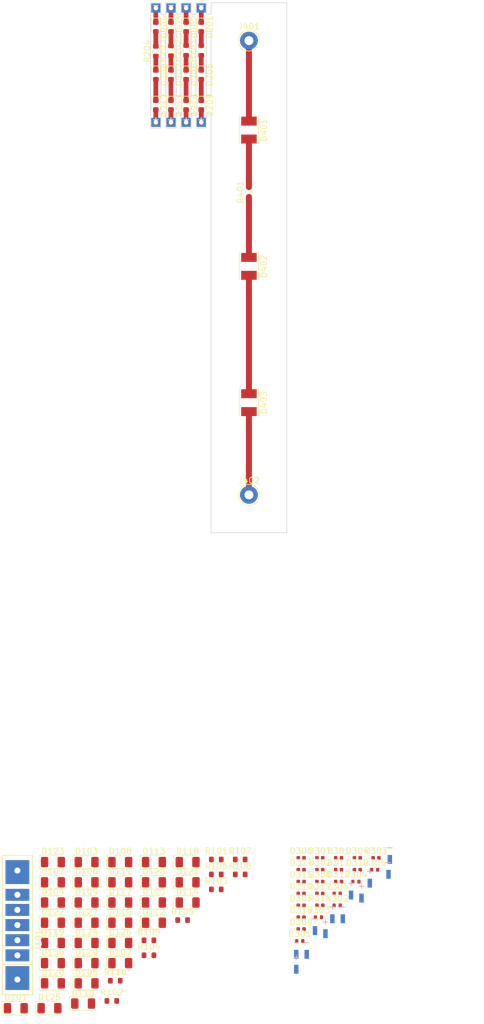
<source format=kicad_pcb>
(kicad_pcb (version 20211014) (generator pcbnew)
  (layers (0 "F.Cu" signal) (31 "B.Cu" signal) (34 "B.Paste" user) (35 "F.Paste" user) (36 "B.SilkS" user "B.Silkscreen") (37 "F.SilkS" user "F.Silkscreen") (38 "B.Mask" user) (39 "F.Mask" user) (44 "Edge.Cuts" user))
  (net 0 "")
  (net 1 "Net-(D101-Pad1)")
  (net 2 "Net-(D101-Pad2)")
  (net 3 "Net-(D102-Pad1)")
  (net 4 "Net-(D102-Pad2)")
  (net 5 "Net-(D103-Pad1)")
  (net 6 "Net-(D103-Pad2)")
  (net 7 "Net-(D104-Pad2)")
  (net 8 "Net-(D105-Pad1)")
  (net 9 "Net-(D105-Pad2)")
  (net 10 "Net-(D106-Pad2)")
  (net 11 "Net-(D107-Pad1)")
  (net 12 "Net-(D107-Pad2)")
  (net 13 "Net-(D108-Pad2)")
  (net 14 "+VDC")
  (net 15 "Net-(D110-Pad2)")
  (net 16 "Net-(D112-Pad2)")
  (net 17 "Net-(D116-Pad1)")
  (net 18 "Net-(D116-Pad2)")
  (net 19 "Net-(D117-Pad1)")
  (net 20 "Net-(D117-Pad2)")
  (net 21 "Net-(D118-Pad1)")
  (net 22 "Net-(D118-Pad2)")
  (net 23 "Net-(D119-Pad2)")
  (net 24 "Net-(D120-Pad1)")
  (net 25 "Net-(D120-Pad2)")
  (net 26 "Net-(D121-Pad1)")
  (net 27 "Net-(D121-Pad2)")
  (net 28 "Net-(D122-Pad2)")
  (net 29 "Net-(D123-Pad2)")
  (net 30 "Net-(D125-Pad2)")
  (net 31 "Net-(D126-Pad2)")
  (net 32 "Net-(D201-Pad1)")
  (net 33 "Net-(D201-Pad2)")
  (net 34 "Net-(D202-Pad1)")
  (net 35 "Net-(D202-Pad2)")
  (net 36 "Net-(D203-Pad1)")
  (net 37 "Net-(D203-Pad2)")
  (net 38 "Net-(D204-Pad1)")
  (net 39 "Net-(D204-Pad2)")
  (net 40 "Net-(D205-Pad1)")
  (net 41 "Net-(D205-Pad2)")
  (net 42 "Net-(D206-Pad1)")
  (net 43 "Net-(D206-Pad2)")
  (net 44 "Net-(D207-Pad1)")
  (net 45 "Net-(D207-Pad2)")
  (net 46 "Net-(D208-Pad1)")
  (net 47 "Net-(D208-Pad2)")
  (net 48 "Net-(D209-Pad2)")
  (net 49 "Net-(D210-Pad2)")
  (net 50 "Net-(D211-Pad2)")
  (net 51 "Net-(D212-Pad2)")
  (net 52 "/Booth Lights/Minus")
  (net 53 "Net-(D301-Pad2)")
  (net 54 "Net-(D302-Pad2)")
  (net 55 "Net-(D303-Pad2)")
  (net 56 "Net-(D304-Pad2)")
  (net 57 "Net-(D305-Pad2)")
  (net 58 "Net-(D306-Pad2)")
  (net 59 "Net-(D307-Pad1)")
  (net 60 "Net-(D307-Pad2)")
  (net 61 "Net-(D308-Pad1)")
  (net 62 "Net-(D308-Pad2)")
  (net 63 "Net-(D309-Pad1)")
  (net 64 "Net-(D309-Pad2)")
  (net 65 "Net-(D310-Pad1)")
  (net 66 "Net-(D310-Pad2)")
  (net 67 "Net-(D311-Pad1)")
  (net 68 "Net-(D311-Pad2)")
  (net 69 "Net-(D312-Pad1)")
  (net 70 "Net-(D312-Pad2)")
  (net 71 "/Booth Lights/Plus")
  (net 72 "Net-(D401-Pad1)")
  (net 73 "Net-(D401-Pad2)")
  (net 74 "Net-(D402-Pad1)")
  (net 75 "Net-(D402-Pad2)")
  (net 76 "Net-(D403-Pad2)")
  (net 77 "/A")
  (net 78 "/B")
  (net 79 "/C")
  (net 80 "/D")
  (net 81 "/E")
  (footprint "LED_SMD:LED_0402_1005Metric" (layer "F.Cu") (at 152.869 179.006)
    (fp_text reference "D307")
    (fp_text value "LIGHT")
  )
  (footprint "SmallPads:SmallPad" (layer "F.Cu") (at 132.969 55.626)
    (fp_text reference "J205" hide)
    (fp_text value "+")
  )
  (footprint "Resistor_SMD:R_0603_1608Metric" (layer "F.Cu") (at 135.494 181.776)
    (fp_text reference "R106")
    (fp_text value "150")
  )
  (footprint "LED_SMD:LED_1206_3216Metric" (layer "F.Cu") (at 113.734 186.486)
    (fp_text reference "D109")
    (fp_text value "ARROW")
  )
  (footprint "LED_SMD:LED_1206_3216Metric" (layer "F.Cu") (at 108.084 196.656)
    (fp_text reference "D130")
    (fp_text value "8BALL")
  )
  (footprint "LED_SMD:LED_1206_3216Metric" (layer "F.Cu") (at 108.084 183.096)
    (fp_text reference "D102")
    (fp_text value "CUE")
  )
  (footprint "LED_SMD:LED_1206_3216Metric" (layer "F.Cu") (at 113.734 193.266)
    (fp_text reference "D124")
    (fp_text value "ARROW")
  )
  (footprint "Resistor_SMD:R_0402_1005Metric" (layer "F.Cu") (at 155.774 186.966)
    (fp_text reference "R302")
    (fp_text value "150")
  )
  (footprint "LED_SMD:LED_1206_3216Metric" (layer "F.Cu") (at 119.384 196.656)
    (fp_text reference "D107")
    (fp_text value "BALL")
  )
  (footprint "BackPads:BottomPad" (layer "F.Cu") (at 148.914 197.681)
    (fp_text reference "J310" hide)
    (fp_text value "+")
  )
  (footprint "LED_SMD:LED_0402_1005Metric" (layer "F.Cu") (at 159.149 180.996)
    (fp_text reference "D318")
    (fp_text value "LIGHT")
  )
  (footprint "LED_SMD:LED_PLCC-2" (layer "F.Cu") (at 140.97 56.92 -90)
    (fp_text reference "D401")
    (fp_text value "LIGHT")
  )
  (footprint "LED_SMD:LED_1206_3216Metric" (layer "F.Cu") (at 113.734 200.046)
    (fp_text reference "D105")
    (fp_text value "8BALL")
  )
  (footprint "BackPads:BottomPad" (layer "F.Cu") (at 158.104 185.231)
    (fp_text reference "J307" hide)
    (fp_text value "+")
  )
  (footprint "LED_SMD:LED_1206_3216Metric" (layer "F.Cu") (at 119.384 193.266)
    (fp_text reference "D126")
    (fp_text value "8BALL")
  )
  (footprint "BackPads:BottomPad" (layer "F.Cu") (at 156.714 189.211)
    (fp_text reference "J301" hide)
    (fp_text value "-")
  )
  (footprint "LED_SMD:LED_0603_1608Metric" (layer "F.Cu") (at 132.969 47.6505 -90)
    (fp_text reference "D205")
    (fp_text value "LIGHT")
  )
  (footprint "LED_SMD:LED_1206_3216Metric" (layer "F.Cu") (at 119.384 186.486)
    (fp_text reference "D117")
    (fp_text value "CUE")
  )
  (footprint "LED_SMD:LED_1206_3216Metric" (layer "F.Cu") (at 108.084 189.876)
    (fp_text reference "D122")
    (fp_text value "CUE")
  )
  (footprint "LED_SMD:LED_0402_1005Metric" (layer "F.Cu") (at 156.009 182.986)
    (fp_text reference "D317")
    (fp_text value "LIGHT")
  )
  (footprint "LED_SMD:LED_0402_1005Metric" (layer "F.Cu") (at 152.869 184.976)
    (fp_text reference "D312")
    (fp_text value "LIGHT")
  )
  (footprint "LED_SMD:LED_0603_1608Metric" (layer "F.Cu") (at 132.969 39.624 -90)
    (fp_text reference "D201")
    (fp_text value "LIGHT")
  )
  (footprint "Resistor_SMD:R_0402_1005Metric" (layer "F.Cu") (at 149.494 192.936)
    (fp_text reference "R301")
    (fp_text value "150")
  )
  (footprint "Resistor_SMD:R_0402_1005Metric" (layer "F.Cu") (at 152.634 188.956)
    (fp_text reference "R303")
    (fp_text value "150")
  )
  (footprint "LED_SMD:LED_1206_3216Metric" (layer "F.Cu") (at 113.734 189.876)
    (fp_text reference "D127")
    (fp_text value "CUE")
  )
  (footprint "BackPads:BottomPad" (layer "F.Cu") (at 150.664 195.181)
    (fp_text reference "J304" hide)
    (fp_text value "-")
  )
  (footprint "LED_SMD:LED_0603_1608Metric" (layer "F.Cu") (at 127.889 47.6505 -90)
    (fp_text reference "D207")
    (fp_text value "LIGHT")
  )
  (footprint "BackPads:BottomPad" (layer "F.Cu") (at 152.054 191.201)
    (fp_text reference "J305" hide)
    (fp_text value "-")
  )
  (footprint "LED_SMD:LED_1206_3216Metric" (layer "F.Cu") (at 113.734 179.706)
    (fp_text reference "D103")
    (fp_text value "CLUB")
  )
  (footprint "BackPads:BottomPad" (layer "F.Cu") (at 164.384 181.761)
    (fp_text reference "J302" hide)
    (fp_text value "-")
  )
  (footprint "LED_SMD:LED_0402_1005Metric" (layer "F.Cu") (at 152.869 182.986)
    (fp_text reference "D308")
    (fp_text value "LIGHT")
  )
  (footprint "Resistor_SMD:R_0402_1005Metric" (layer "F.Cu") (at 162.054 180.996)
    (fp_text reference "R305")
    (fp_text value "150")
  )
  (footprint "Resistor_SMD:R_0603_1608Metric" (layer "F.Cu") (at 117.964 202.996)
    (fp_text reference "R102")
    (fp_text value "150")
  )
  (footprint "LED_SMD:LED_1206_3216Metric" (layer "F.Cu") (at 108.084 179.706)
    (fp_text reference "D123")
    (fp_text value "CLUB")
  )
  (footprint "LED_SMD:LED_1206_3216Metric" (layer "F.Cu") (at 125.034 189.876)
    (fp_text reference "D112")
    (fp_text value "BALL")
  )
  (footprint "Resistor_SMD:R_0603_1608Metric" (layer "F.Cu") (at 129.844 189.436)
    (fp_text reference "R105")
    (fp_text value "150")
  )
  (footprint "LED_SMD:LED_0402_1005Metric" (layer "F.Cu") (at 156.009 180.996)
    (fp_text reference "D311")
    (fp_text value "LIGHT")
  )
  (footprint "SmallPads:SmallPad" (layer "F.Cu") (at 130.429 36.449)
    (fp_text reference "J202" hide)
    (fp_text value "-")
  )
  (footprint "LED_SMD:LED_0402_1005Metric" (layer "F.Cu") (at 149.729 184.976)
    (fp_text reference "D310")
    (fp_text value "LIGHT")
  )
  (footprint "Resistor_SMD:R_0603_1608Metric" (layer "F.Cu") (at 135.494 179.266)
    (fp_text reference "R101")
    (fp_text value "150")
  )
  (footprint "SmallPads:SmallPad" (layer "F.Cu") (at 127.889 55.626)
    (fp_text reference "J207" hide)
    (fp_text value "+")
  )
  (footprint "LED_SMD:LED_0603_1608Metric" (layer "F.Cu") (at 127.889 39.624 -90)
    (fp_text reference "D203")
    (fp_text value "LIGHT")
  )
  (footprint "BackPads:BottomPad" (layer "F.Cu") (at 148.914 195.181)
    (fp_text reference "J306" hide)
    (fp_text value "-")
  )
  (footprint "Resistor_SMD:R_0603_1608Metric" (layer "F.Cu") (at 130.429 43.561 90)
    (fp_text reference "R202")
    (fp_text value "150")
  )
  (footprint "LED_SMD:LED_1206_3216Metric" (layer "F.Cu") (at 101.854 204.216)
    (fp_text reference "D101")
    (fp_text value "ARROW")
  )
  (footprint "SmallPads:SmallPad" (layer "F.Cu") (at 132.969 36.449)
    (fp_text reference "J201" hide)
    (fp_text value "-")
  )
  (footprint "LED_SMD:LED_0402_1005Metric" (layer "F.Cu") (at 162.289 179.006)
    (fp_text reference "D303")
    (fp_text value "LIGHT")
  )
  (footprint "LED_SMD:LED_0402_1005Metric" (layer "F.Cu") (at 149.729 180.996)
    (fp_text reference "D314")
    (fp_text value "LIGHT")
  )
  (footprint "LED_SMD:LED_0402_1005Metric" (layer "F.Cu") (at 149.729 190.946)
    (fp_text reference "D309")
    (fp_text value "LIGHT")
  )
  (footprint "SmallPads:SmallPad" (layer "F.Cu") (at 127.889 36.449)
    (fp_text reference "J203" hide)
    (fp_text value "-")
  )
  (footprint "TestPoint:TestPoint_THTPad_D3.0mm_Drill1.5mm" (layer "F.Cu") (at 140.97 41.91)
    (fp_text reference "J401")
    (fp_text value "-")
  )
  (footprint "Resistor_SMD:R_0603_1608Metric" (layer "F.Cu") (at 135.494 184.286)
    (fp_text reference "R103")
    (fp_text value "150")
  )
  (footprint "LED_SMD:LED_1206_3216Metric" (layer "F.Cu") (at 108.084 193.266)
    (fp_text reference "D119")
    (fp_text value "ARROW")
  )
  (footprint "LED_SMD:LED_0603_1608Metric" (layer "F.Cu") (at 125.349 52.7305 -90)
    (fp_text reference "D212")
    (fp_text value "LIGHT")
  )
  (footprint "LED_SMD:LED_0402_1005Metric" (layer "F.Cu") (at 149.729 179.006)
    (fp_text reference "D306")
    (fp_text value "LIGHT")
  )
  (footprint "LED_SMD:LED_1206_3216Metric" (layer "F.Cu") (at 125.034 179.706)
    (fp_text reference "D113")
    (fp_text value "CLUB")
  )
  (footprint "LED_SMD:LED_PLCC-2" (layer "F.Cu") (at 140.97 79.78 -90)
    (fp_text reference "D402")
    (fp_text value "LIGHT")
  )
  (footprint "LED_SMD:LED_0402_1005Metric" (layer "F.Cu") (at 156.009 179.006)
    (fp_text reference "D301")
    (fp_text value "LIGHT")
  )
  (footprint "Resistor_SMD:R_0603_1608Metric" (layer "F.Cu") (at 118.544 199.606)
    (fp_text reference "R110")
    (fp_text value "150")
  )
  (footprint "BackPads:BottomPad" (layer "F.Cu") (at 153.804 191.711)
    (fp_text reference "J311" hide)
    (fp_text value "+")
  )
  (footprint "Resistor_SMD:R_0603_1608Metric" (layer "F.Cu") (at 124.194 195.336)
    (fp_text reference "R104")
    (fp_text value "150")
  )
  (footprint "Resistor_SMD:R_0603_1608Metric" (layer "F.Cu") (at 139.504 181.776)
    (fp_text reference "R108")
    (fp_text value "150")
  )
  (footprint "LED_SMD:LED_0402_1005Metric" (layer "F.Cu") (at 149.729 186.966)
    (fp_text reference "D305")
    (fp_text value "LIGHT")
  )
  (footprint "LED_SMD:LED_1206_3216Metric" (layer "F.Cu") (at 130.684 186.486)
    (fp_text reference "D114")
    (fp_text value "8BALL")
  )
  (footprint "LED_SMD:LED_1206_3216Metric" (layer "F.Cu") (at 119.384 183.096)
    (fp_text reference "D111")
    (fp_text value "CUE")
  )
  (footprint "LED_SMD:LED_1206_3216Metric" (layer "F.Cu") (at 108.084 200.046)
    (fp_text reference "D120")
    (fp_text value "BALL")
  )
  (footprint "Resistor_SMD:R_0402_1005Metric" (layer "F.Cu") (at 155.774 184.976)
    (fp_text reference "R306")
    (fp_text value "150")
  )
  (footprint "LED_SMD:LED_0603_1608Metric" (layer "F.Cu") (at 125.349 39.624 -90)
    (fp_text reference "D204")
    (fp_text value "LIGHT")
  )
  (footprint "BackPads:BottomPad" (layer "F.Cu") (at 159.854 185.741)
    (fp_text reference "J308" hide)
    (fp_text value "+")
  )
  (footprint "LED_SMD:LED_0603_1608Metric" (layer "F.Cu") (at 130.429 47.6505 -90)
    (fp_text reference "D206")
    (fp_text value "LIGHT")
  )
  (footprint "TestPoint:TestPoint_THTPad_D3.0mm_Drill1.5mm" (layer "F.Cu") (at 140.97 118.11)
    (fp_text reference "J402")
    (fp_text value "+")
  )
  (footprint "LED_SMD:LED_1206_3216Metric" (layer "F.Cu") (at 119.384 179.706)
    (fp_text reference "D108")
    (fp_text value "CLUB")
  )
  (footprint "LED_SMD:LED_1206_3216Metric" (layer "F.Cu") (at 108.084 186.486)
    (fp_text reference "D104")
    (fp_text value "ARROW")
  )
  (footprint "LED_SMD:LED_1206_3216Metric" (layer "F.Cu") (at 113.154 203.436)
    (fp_text reference "D110")
    (fp_text value "8BALL")
  )
  (footprint "LED_SMD:LED_1206_3216Metric" (layer "F.Cu") (at 113.734 183.096)
    (fp_text reference "D106")
    (fp_text value "CUE")
  )
  (footprint "Resistor_SMD:R_0603_1608Metric" (layer "F.Cu") (at 139.504 179.266)
    (fp_text reference "R107")
    (fp_text value "150")
  )
  (footprint "LED_SMD:LED_1206_3216Metric" (layer "F.Cu") (at 125.034 183.096)
    (fp_text reference "D128")
    (fp_text value "CLUB")
  )
  (footprint "Resistor_SMD:R_0603_1608Metric" (layer "F.Cu") (at 140.97 67.31 90)
    (fp_text reference "R401")
    (fp_text value "150")
  )
  (footprint "Resistor_SMD:R_0603_1608Metric" (layer "F.Cu") (at 125.349 43.688 90)
    (fp_text reference "R204")
    (fp_text value "150")
  )
  (footprint "Resistor_SMD:R_0603_1608Metric" (layer "F.Cu") (at 124.194 192.826)
    (fp_text reference "R109")
    (fp_text value "150")
  )
  (footprint "LED_SMD:LED_0603_1608Metric" (layer "F.Cu") (at 127.889 52.7305 -90)
    (fp_text reference "D211")
    (fp_text value "LIGHT")
  )
  (footprint "LED_SMD:LED_0402_1005Metric" (layer "F.Cu") (at 149.729 182.986)
    (fp_text reference "D315")
    (fp_text value "LIGHT")
  )
  (footprint "LED_SMD:LED_PLCC-2" (layer "F.Cu") (at 140.97 102.64 -90)
    (fp_text reference "D403")
    (fp_text value "LIGHT")
  )
  (footprint "LED_SMD:LED_0603_1608Metric" (layer "F.Cu") (at 130.429 52.7305 -90)
    (fp_text reference "D210")
    (fp_text value "LIGHT")
  )
  (footprint "Resistor_SMD:R_0603_1608Metric" (layer "F.Cu") (at 127.889 43.624 90)
    (fp_text reference "R203")
    (fp_text value "150")
  )
  (footprint "LED_SMD:LED_0402_1005Metric" (layer "F.Cu") (at 152.869 180.996)
    (fp_text reference "D302")
    (fp_text value "LIGHT")
  )
  (footprint "LED_SMD:LED_1206_3216Metric" (layer "F.Cu") (at 130.684 179.706)
    (fp_text reference "D118")
    (fp_text value "CLUB")
  )
  (footprint "LED_SMD:LED_1206_3216Metric" (layer "F.Cu") (at 130.684 183.096)
    (fp_text reference "D121")
    (fp_text value "8BALL")
  )
  (footprint "LED_SMD:LED_1206_3216Metric" (layer "F.Cu") (at 119.384 189.876)
    (fp_text reference "D116")
    (fp_text value "ARROW")
  )
  (footprint "SolderPads:PowerPlus5X2" (layer "F.Cu") (at 102.124 190.27)
    (fp_text reference "J101")
    (fp_text value "Solder pads")
  )
  (footprint "BackPads:BottomPad" (layer "F.Cu") (at 164.614 179.261)
    (fp_text reference "J303" hide)
    (fp_text value "-")
  )
  (footprint "LED_SMD:LED_0402_1005Metric" (layer "F.Cu") (at 152.869 186.966)
    (fp_text reference "D316")
    (fp_text value "LIGHT")
  )
  (footprint "Resistor_SMD:R_0603_1608Metric" (layer "F.Cu") (at 132.969 43.561 90)
    (fp_text reference "R201")
    (fp_text value "150")
  )
  (footprint "LED_SMD:LED_0603_1608Metric" (layer "F.Cu") (at 125.349 47.6505 -90)
    (fp_text reference "D208")
    (fp_text value "LIGHT")
  )
  (footprint "SmallPads:SmallPad" (layer "F.Cu") (at 125.349 36.449)
    (fp_text reference "J204" hide)
    (fp_text value "-")
  )
  (footprint "LED_SMD:LED_0402_1005Metric" (layer "F.Cu") (at 159.149 179.006)
    (fp_text reference "D304")
    (fp_text value "LIGHT")
  )
  (footprint "BackPads:BottomPad" (layer "F.Cu") (at 161.244 183.241)
    (fp_text reference "J309" hide)
    (fp_text value "+")
  )
  (footprint "LED_SMD:LED_1206_3216Metric" (layer "F.Cu") (at 107.504 204.216)
    (fp_text reference "D125")
    (fp_text value "BALL")
  )
  (footprint "SmallPads:SmallPad" (layer "F.Cu") (at 130.429 55.626)
    (fp_text reference "J206" hide)
    (fp_text value "+")
  )
  (footprint "LED_SMD:LED_0603_1608Metric" (layer "F.Cu") (at 130.429 39.624 -90)
    (fp_text reference "D202")
    (fp_text value "LIGHT")
  )
  (footprint "LED_SMD:LED_1206_3216Metric" (layer "F.Cu") (at 125.034 186.486)
    (fp_text reference "D115")
    (fp_text value "BALL")
  )
  (footprint "SmallPads:SmallPad" (layer "F.Cu") (at 125.349 55.626)
    (fp_text reference "J208" hide)
    (fp_text value "+")
  )
  (footprint "BackPads:BottomPad" (layer "F.Cu") (at 154.964 189.211)
    (fp_text reference "J312" hide)
    (fp_text value "+")
  )
  (footprint "LED_SMD:LED_1206_3216Metric" (layer "F.Cu") (at 113.734 196.656)
    (fp_text reference "D129")
    (fp_text value "BALL")
  )
  (footprint "Resistor_SMD:R_0402_1005Metric" (layer "F.Cu") (at 158.914 182.986)
    (fp_text reference "R304")
    (fp_text value "150")
  )
  (footprint "LED_SMD:LED_0603_1608Metric" (layer "F.Cu") (at 132.969 52.7305 -90)
    (fp_text reference "D209")
    (fp_text value "LIGHT")
  )
  (footprint "LED_SMD:LED_0402_1005Metric" (layer "F.Cu") (at 149.729 188.956)
    (fp_text reference "D313")
    (fp_text value "LIGHT")
  )
  (gr_line (start 133.8317 37.465) (end 133.8317 35.56) (layer "Edge.Cuts") (width 0.1))
  (gr_line (start 132.08 37.465) (end 131.318 37.465) (layer "Edge.Cuts") (width 0.1))
  (gr_line (start 128.7517 37.465) (end 128.7517 35.56) (layer "Edge.Cuts") (width 0.1))
  (gr_line (start 129.54 56.58) (end 129.54 54.102) (layer "Edge.Cuts") (width 0.1))
  (gr_line (start 124.46 35.56) (end 124.46 56.58) (layer "Edge.Cuts") (width 0.1))
  (gr_rect (start 129.54 51.181) (end 128.7517 40.386) (layer "Edge.Cuts") (width 0.1) (fill none))
  (gr_line (start 128.7517 56.58) (end 128.7517 54.102) (layer "Edge.Cuts") (width 0.1))
  (gr_line (start 131.2917 54.102) (end 131.2917 56.58) (layer "Edge.Cuts") (width 0.1))
  (gr_line (start 126.2117 35.56) (end 124.46 35.56) (layer "Edge.Cuts") (width 0.1))
  (gr_line (start 128.778 54.102) (end 129.54 54.102) (layer "Edge.Cuts") (width 0.1))
  (gr_line (start 126.238 54.102) (end 127 54.102) (layer "Edge.Cuts") (width 0.1))
  (gr_line (start 133.8317 56.58) (end 132.08 56.58) (layer "Edge.Cuts") (width 0.1))
  (gr_line (start 134.62 37.465) (end 134.62 35.56) (layer "Edge.Cuts") (width 0.1))
  (gr_line (start 131.2917 37.465) (end 131.2917 35.56) (layer "Edge.Cuts") (width 0.1))
  (gr_line (start 129.54 56.58) (end 131.2917 56.58) (layer "Edge.Cuts") (width 0.1))
  (gr_line (start 133.8317 35.56) (end 132.08 35.56) (layer "Edge.Cuts") (width 0.1))
  (gr_line (start 147.32 124.46) (end 134.62 124.46) (layer "Edge.Cuts") (width 0.1))
  (gr_line (start 147.32 35.56) (end 147.32 124.46) (layer "Edge.Cuts") (width 0.1))
  (gr_line (start 134.62 124.46) (end 134.62 54.102) (layer "Edge.Cuts") (width 0.1))
  (gr_line (start 134.62 54.102) (end 133.8317 54.102) (layer "Edge.Cuts") (width 0.1))
  (gr_line (start 129.54 35.56) (end 129.54 37.465) (layer "Edge.Cuts") (width 0.1))
  (gr_line (start 133.8317 40.386) (end 133.8317 51.181) (layer "Edge.Cuts") (width 0.1))
  (gr_rect (start 132.08 51.181) (end 131.2917 40.386) (layer "Edge.Cuts") (width 0.1) (fill none))
  (gr_line (start 134.62 40.386) (end 133.8317 40.386) (layer "Edge.Cuts") (width 0.1))
  (gr_line (start 127 35.56) (end 127 37.465) (layer "Edge.Cuts") (width 0.1))
  (gr_line (start 124.46 56.58) (end 126.2117 56.58) (layer "Edge.Cuts") (width 0.1))
  (gr_line (start 134.62 51.181) (end 134.62 40.386) (layer "Edge.Cuts") (width 0.1))
  (gr_line (start 128.7517 35.56) (end 127 35.56) (layer "Edge.Cuts") (width 0.1))
  (gr_line (start 127 54.102) (end 127 56.58) (layer "Edge.Cuts") (width 0.1))
  (gr_rect (start 127 51.181) (end 126.2117 40.386) (layer "Edge.Cuts") (width 0.1) (fill none))
  (gr_line (start 132.08 54.102) (end 131.2917 54.102) (layer "Edge.Cuts") (width 0.1))
  (gr_line (start 134.62 37.465) (end 133.8317 37.465) (layer "Edge.Cuts") (width 0.1))
  (gr_line (start 132.08 56.58) (end 132.08 54.102) (layer "Edge.Cuts") (width 0.1))
  (gr_line (start 134.62 35.56) (end 147.32 35.56) (layer "Edge.Cuts") (width 0.1))
  (gr_line (start 127 37.465) (end 126.238 37.465) (layer "Edge.Cuts") (width 0.1))
  (gr_line (start 126.2117 56.58) (end 126.2117 54.102) (layer "Edge.Cuts") (width 0.1))
  (gr_line (start 127 56.58) (end 128.7517 56.58) (layer "Edge.Cuts") (width 0.1))
  (gr_line (start 132.08 35.56) (end 132.08 37.465) (layer "Edge.Cuts") (width 0.1))
  (gr_line (start 126.2117 37.465) (end 126.2117 35.56) (layer "Edge.Cuts") (width 0.1))
  (gr_line (start 134.62 51.181) (end 133.8317 51.181) (layer "Edge.Cuts") (width 0.1))
  (gr_line (start 129.54 37.465) (end 128.778 37.465) (layer "Edge.Cuts") (width 0.1))
  (gr_line (start 131.2917 35.56) (end 129.54 35.56) (layer "Edge.Cuts") (width 0.1))
  (gr_line (start 133.8317 54.102) (end 133.8317 56.58) (layer "Edge.Cuts") (width 0.1))
  (segment (start 132.969 38.8365) (end 132.969 36.449) (width 0.8) (layer "F.Cu") (net 32))
  (segment (start 132.969 42.736) (end 132.969 40.4115) (width 0.8) (layer "F.Cu") (net 33))
  (segment (start 130.429 38.8365) (end 130.429 36.449) (width 0.8) (layer "F.Cu") (net 34))
  (segment (start 130.429 42.736) (end 130.429 40.4115) (width 0.8) (layer "F.Cu") (net 35))
  (segment (start 127.889 38.8365) (end 127.889 36.449) (width 0.8) (layer "F.Cu") (net 36))
  (segment (start 127.889 42.799) (end 127.889 40.4115) (width 0.8) (layer "F.Cu") (net 37))
  (segment (start 125.349 38.8365) (end 125.349 36.449) (width 0.8) (layer "F.Cu") (net 38))
  (segment (start 125.349 42.863) (end 125.349 40.4115) (width 0.8) (layer "F.Cu") (net 39))
  (segment (start 132.969 46.863) (end 132.969 44.386) (width 0.8) (layer "F.Cu") (net 40))
  (segment (start 132.969 51.943) (end 132.969 48.438) (width 0.8) (layer "F.Cu") (net 41))
  (segment (start 130.429 46.863) (end 130.429 44.386) (width 0.8) (layer "F.Cu") (net 42))
  (segment (start 130.429 51.943) (end 130.429 48.438) (width 0.8) (layer "F.Cu") (net 43))
  (segment (start 127.889 46.863) (end 127.889 44.449) (width 0.8) (layer "F.Cu") (net 44))
  (segment (start 127.889 51.943) (end 127.889 48.438) (width 0.8) (layer "F.Cu") (net 45))
  (segment (start 125.349 46.863) (end 125.349 44.513) (width 0.8) (layer "F.Cu") (net 46))
  (segment (start 125.349 51.943) (end 125.349 48.438) (width 0.8) (layer "F.Cu") (net 47))
  (segment (start 132.969 55.626) (end 132.969 53.518) (width 0.8) (layer "F.Cu") (net 48))
  (segment (start 130.429 55.626) (end 130.429 53.518) (width 0.8) (layer "F.Cu") (net 49))
  (segment (start 127.889 55.626) (end 127.889 53.518) (width 0.8) (layer "F.Cu") (net 50))
  (segment (start 125.349 55.626) (end 125.349 53.518) (width 0.8) (layer "F.Cu") (net 51))
  (segment (start 140.97 41.91) (end 140.97 55.42) (width 1) (layer "F.Cu") (net 72))
  (segment (start 140.97 58.42) (end 140.97 66.485) (width 1) (layer "F.Cu") (net 73))
  (segment (start 140.97 68.135) (end 140.97 78.28) (width 1) (layer "F.Cu") (net 74))
  (segment (start 140.97 81.28) (end 140.97 101.14) (width 1) (layer "F.Cu") (net 75))
  (segment (start 140.97 104.14) (end 140.97 118.11) (width 1) (layer "F.Cu") (net 76))
)
</source>
